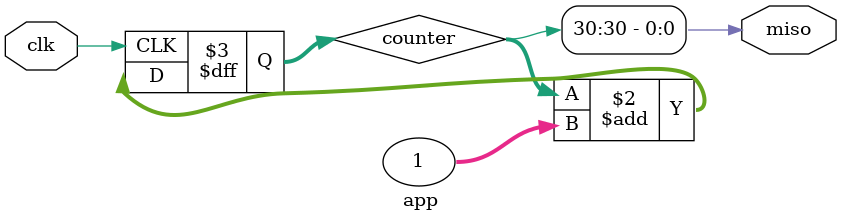
<source format=v>
module app (
    input wire clk,
    output wire miso
);

reg [32:0] counter;
assign miso = counter[30];

always @(posedge clk) begin
    counter <= counter + 1;
end

endmodule

</source>
